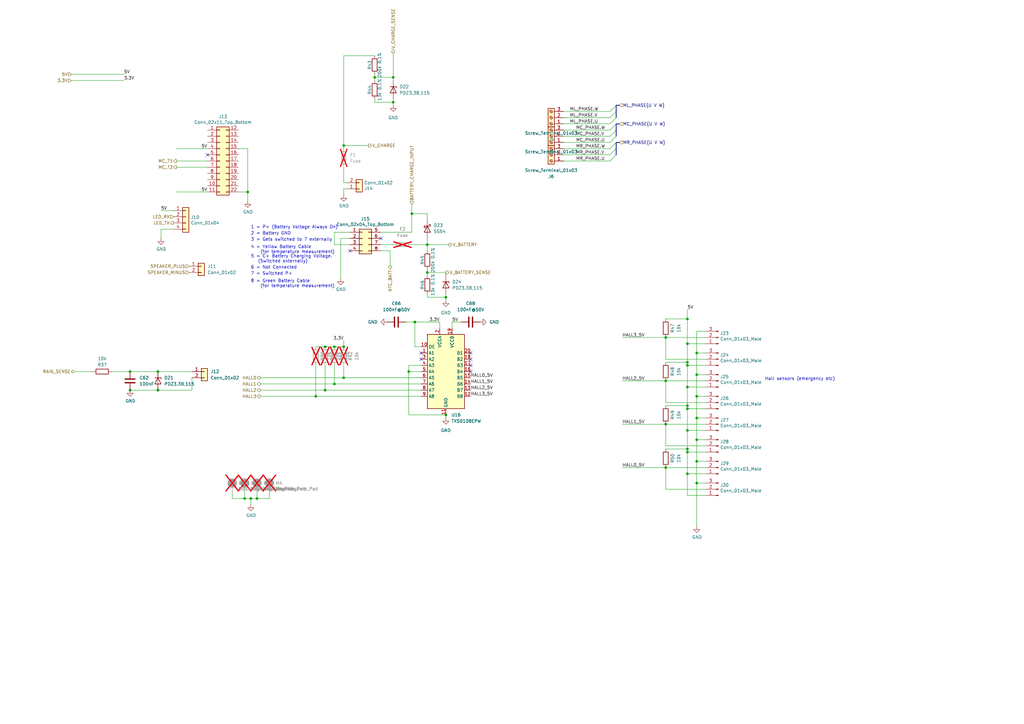
<source format=kicad_sch>
(kicad_sch (version 20231120) (generator "eeschema") (generator_version "8.0")
  (paper "A3")
  (lib_symbols
    (symbol "Connector:Conn_01x03_Male" (pin_names (offset 1.016) hide)
      (property "Reference" "J" (at 0 5.08 0))
      (property "Value" "Conn_01x03_Male" (at 0 -5.08 0))
      (symbol "Conn_01x03_Male_1_1"
        (polyline (pts (xy 1.27 -2.54) (xy 0.8636 -2.54)) (stroke (width 0.1524)))
        (polyline (pts (xy 1.27 0) (xy 0.8636 0)) (stroke (width 0.1524)))
        (polyline (pts (xy 1.27 2.54) (xy 0.8636 2.54)) (stroke (width 0.1524)))
        (rectangle (start 0.8636 -2.413) (end 0 -2.667) (stroke (width 0.1524)) (fill (type outline)))
        (rectangle (start 0.8636 0.127) (end 0 -0.127) (stroke (width 0.1524)) (fill (type outline)))
        (rectangle (start 0.8636 2.667) (end 0 2.413) (stroke (width 0.1524)) (fill (type outline)))
        (pin passive line (at 5.08 2.54 180) (length 3.81) (name "Pin_1") (number "1"))
        (pin passive line (at 5.08 0 180) (length 3.81) (name "Pin_2") (number "2"))
        (pin passive line (at 5.08 -2.54 180) (length 3.81) (name "Pin_3") (number "3"))
      )
    )
    (symbol "Connector:Screw_Terminal_01x03" (pin_names (offset 1.016) hide)
      (property "Reference" "J" (at 0 5.08 0))
      (property "Value" "Screw_Terminal_01x03" (at 0 -5.08 0))
      (symbol "Screw_Terminal_01x03_1_1"
        (rectangle (start -1.27 3.81) (end 1.27 -3.81) (stroke (width 0.254)) (fill (type background)))
        (circle (center 0 -2.54) (radius 0.635) (stroke (width 0.1524)))
        (polyline (pts (xy -0.5334 -2.2098) (xy 0.3302 -3.048)) (stroke (width 0.1524)))
        (polyline (pts (xy -0.5334 0.3302) (xy 0.3302 -0.508)) (stroke (width 0.1524)))
        (polyline (pts (xy -0.5334 2.8702) (xy 0.3302 2.032)) (stroke (width 0.1524)))
        (polyline (pts (xy -0.3556 -2.032) (xy 0.508 -2.8702)) (stroke (width 0.1524)))
        (polyline (pts (xy -0.3556 0.508) (xy 0.508 -0.3302)) (stroke (width 0.1524)))
        (polyline (pts (xy -0.3556 3.048) (xy 0.508 2.2098)) (stroke (width 0.1524)))
        (circle (center 0 0) (radius 0.635) (stroke (width 0.1524)))
        (circle (center 0 2.54) (radius 0.635) (stroke (width 0.1524)))
        (pin passive line (at -5.08 2.54 0) (length 3.81) (name "Pin_1") (number "1"))
        (pin passive line (at -5.08 0 0) (length 3.81) (name "Pin_2") (number "2"))
        (pin passive line (at -5.08 -2.54 0) (length 3.81) (name "Pin_3") (number "3"))
      )
    )
    (symbol "Connector_Generic:Conn_01x02" (pin_names (offset 1.016) hide)
      (property "Reference" "J" (at 0 2.54 0))
      (property "Value" "Conn_01x02" (at 0 -5.08 0))
      (symbol "Conn_01x02_1_1"
        (rectangle (start -1.27 -2.413) (end 0 -2.667) (stroke (width 0.1524)))
        (rectangle (start -1.27 0.127) (end 0 -0.127) (stroke (width 0.1524)))
        (rectangle (start -1.27 1.27) (end 1.27 -3.81) (stroke (width 0.254)) (fill (type background)))
        (pin passive line (at -5.08 0 0) (length 3.81) (name "Pin_1") (number "1"))
        (pin passive line (at -5.08 -2.54 0) (length 3.81) (name "Pin_2") (number "2"))
      )
    )
    (symbol "Connector_Generic:Conn_01x04" (pin_names (offset 1.016) hide)
      (property "Reference" "J" (at 0 5.08 0))
      (property "Value" "Conn_01x04" (at 0 -7.62 0))
      (symbol "Conn_01x04_1_1"
        (rectangle (start -1.27 -4.953) (end 0 -5.207) (stroke (width 0.1524)))
        (rectangle (start -1.27 -2.413) (end 0 -2.667) (stroke (width 0.1524)))
        (rectangle (start -1.27 0.127) (end 0 -0.127) (stroke (width 0.1524)))
        (rectangle (start -1.27 2.667) (end 0 2.413) (stroke (width 0.1524)))
        (rectangle (start -1.27 3.81) (end 1.27 -6.35) (stroke (width 0.254)) (fill (type background)))
        (pin passive line (at -5.08 2.54 0) (length 3.81) (name "Pin_1") (number "1"))
        (pin passive line (at -5.08 0 0) (length 3.81) (name "Pin_2") (number "2"))
        (pin passive line (at -5.08 -2.54 0) (length 3.81) (name "Pin_3") (number "3"))
        (pin passive line (at -5.08 -5.08 0) (length 3.81) (name "Pin_4") (number "4"))
      )
    )
    (symbol "Connector_Generic:Conn_02x04_Top_Bottom" (pin_names (offset 1.016) hide)
      (property "Reference" "J" (at 1.27 5.08 0))
      (property "Value" "Conn_02x04_Top_Bottom" (at 1.27 -7.62 0))
      (symbol "Conn_02x04_Top_Bottom_1_1"
        (rectangle (start -1.27 -4.953) (end 0 -5.207) (stroke (width 0.1524)))
        (rectangle (start -1.27 -2.413) (end 0 -2.667) (stroke (width 0.1524)))
        (rectangle (start -1.27 0.127) (end 0 -0.127) (stroke (width 0.1524)))
        (rectangle (start -1.27 2.667) (end 0 2.413) (stroke (width 0.1524)))
        (rectangle (start -1.27 3.81) (end 3.81 -6.35) (stroke (width 0.254)) (fill (type background)))
        (rectangle (start 3.81 -4.953) (end 2.54 -5.207) (stroke (width 0.1524)))
        (rectangle (start 3.81 -2.413) (end 2.54 -2.667) (stroke (width 0.1524)))
        (rectangle (start 3.81 0.127) (end 2.54 -0.127) (stroke (width 0.1524)))
        (rectangle (start 3.81 2.667) (end 2.54 2.413) (stroke (width 0.1524)))
        (pin passive line (at -5.08 2.54 0) (length 3.81) (name "Pin_1") (number "1"))
        (pin passive line (at -5.08 0 0) (length 3.81) (name "Pin_2") (number "2"))
        (pin passive line (at -5.08 -2.54 0) (length 3.81) (name "Pin_3") (number "3"))
        (pin passive line (at -5.08 -5.08 0) (length 3.81) (name "Pin_4") (number "4"))
        (pin passive line (at 7.62 2.54 180) (length 3.81) (name "Pin_5") (number "5"))
        (pin passive line (at 7.62 0 180) (length 3.81) (name "Pin_6") (number "6"))
        (pin passive line (at 7.62 -2.54 180) (length 3.81) (name "Pin_7") (number "7"))
        (pin passive line (at 7.62 -5.08 180) (length 3.81) (name "Pin_8") (number "8"))
      )
    )
    (symbol "Connector_Generic:Conn_02x11_Top_Bottom" (pin_names (offset 1.016) hide)
      (property "Reference" "J" (at 1.27 15.24 0))
      (property "Value" "Conn_02x11_Top_Bottom" (at 1.27 -15.24 0))
      (symbol "Conn_02x11_Top_Bottom_1_1"
        (rectangle (start -1.27 -12.573) (end 0 -12.827) (stroke (width 0.1524)))
        (rectangle (start -1.27 -10.033) (end 0 -10.287) (stroke (width 0.1524)))
        (rectangle (start -1.27 -7.493) (end 0 -7.747) (stroke (width 0.1524)))
        (rectangle (start -1.27 -4.953) (end 0 -5.207) (stroke (width 0.1524)))
        (rectangle (start -1.27 -2.413) (end 0 -2.667) (stroke (width 0.1524)))
        (rectangle (start -1.27 0.127) (end 0 -0.127) (stroke (width 0.1524)))
        (rectangle (start -1.27 2.667) (end 0 2.413) (stroke (width 0.1524)))
        (rectangle (start -1.27 5.207) (end 0 4.953) (stroke (width 0.1524)))
        (rectangle (start -1.27 7.747) (end 0 7.493) (stroke (width 0.1524)))
        (rectangle (start -1.27 10.287) (end 0 10.033) (stroke (width 0.1524)))
        (rectangle (start -1.27 12.827) (end 0 12.573) (stroke (width 0.1524)))
        (rectangle (start -1.27 13.97) (end 3.81 -13.97) (stroke (width 0.254)) (fill (type background)))
        (rectangle (start 3.81 -12.573) (end 2.54 -12.827) (stroke (width 0.1524)))
        (rectangle (start 3.81 -10.033) (end 2.54 -10.287) (stroke (width 0.1524)))
        (rectangle (start 3.81 -7.493) (end 2.54 -7.747) (stroke (width 0.1524)))
        (rectangle (start 3.81 -4.953) (end 2.54 -5.207) (stroke (width 0.1524)))
        (rectangle (start 3.81 -2.413) (end 2.54 -2.667) (stroke (width 0.1524)))
        (rectangle (start 3.81 0.127) (end 2.54 -0.127) (stroke (width 0.1524)))
        (rectangle (start 3.81 2.667) (end 2.54 2.413) (stroke (width 0.1524)))
        (rectangle (start 3.81 5.207) (end 2.54 4.953) (stroke (width 0.1524)))
        (rectangle (start 3.81 7.747) (end 2.54 7.493) (stroke (width 0.1524)))
        (rectangle (start 3.81 10.287) (end 2.54 10.033) (stroke (width 0.1524)))
        (rectangle (start 3.81 12.827) (end 2.54 12.573) (stroke (width 0.1524)))
        (pin passive line (at -5.08 12.7 0) (length 3.81) (name "Pin_1") (number "1"))
        (pin passive line (at -5.08 -10.16 0) (length 3.81) (name "Pin_10") (number "10"))
        (pin passive line (at -5.08 -12.7 0) (length 3.81) (name "Pin_11") (number "11"))
        (pin passive line (at 7.62 12.7 180) (length 3.81) (name "Pin_12") (number "12"))
        (pin passive line (at 7.62 10.16 180) (length 3.81) (name "Pin_13") (number "13"))
        (pin passive line (at 7.62 7.62 180) (length 3.81) (name "Pin_14") (number "14"))
        (pin passive line (at 7.62 5.08 180) (length 3.81) (name "Pin_15") (number "15"))
        (pin passive line (at 7.62 2.54 180) (length 3.81) (name "Pin_16") (number "16"))
        (pin passive line (at 7.62 0 180) (length 3.81) (name "Pin_17") (number "17"))
        (pin passive line (at 7.62 -2.54 180) (length 3.81) (name "Pin_18") (number "18"))
        (pin passive line (at 7.62 -5.08 180) (length 3.81) (name "Pin_19") (number "19"))
        (pin passive line (at -5.08 10.16 0) (length 3.81) (name "Pin_2") (number "2"))
        (pin passive line (at 7.62 -7.62 180) (length 3.81) (name "Pin_20") (number "20"))
        (pin passive line (at 7.62 -10.16 180) (length 3.81) (name "Pin_21") (number "21"))
        (pin passive line (at 7.62 -12.7 180) (length 3.81) (name "Pin_22") (number "22"))
        (pin passive line (at -5.08 7.62 0) (length 3.81) (name "Pin_3") (number "3"))
        (pin passive line (at -5.08 5.08 0) (length 3.81) (name "Pin_4") (number "4"))
        (pin passive line (at -5.08 2.54 0) (length 3.81) (name "Pin_5") (number "5"))
        (pin passive line (at -5.08 0 0) (length 3.81) (name "Pin_6") (number "6"))
        (pin passive line (at -5.08 -2.54 0) (length 3.81) (name "Pin_7") (number "7"))
        (pin passive line (at -5.08 -5.08 0) (length 3.81) (name "Pin_8") (number "8"))
        (pin passive line (at -5.08 -7.62 0) (length 3.81) (name "Pin_9") (number "9"))
      )
    )
    (symbol "Device:C" (pin_numbers hide) (pin_names (offset 0.254))
      (property "Reference" "C" (at 0.635 2.54 0))
      (property "Value" "C" (at 0.635 -2.54 0))
      (symbol "C_0_1"
        (polyline (pts (xy -2.032 -0.762) (xy 2.032 -0.762)) (stroke (width 0.508)))
        (polyline (pts (xy -2.032 0.762) (xy 2.032 0.762)) (stroke (width 0.508)))
      )
      (symbol "C_1_1"
        (pin passive line (at 0 3.81 270) (length 2.794) (name "~") (number "1"))
        (pin passive line (at 0 -3.81 90) (length 2.794) (name "~") (number "2"))
      )
    )
    (symbol "Device:D_Schottky" (pin_numbers hide) (pin_names (offset 1.016) hide)
      (property "Reference" "D" (at 0 2.54 0))
      (property "Value" "D_Schottky" (at 0 -2.54 0))
      (symbol "D_Schottky_0_1"
        (polyline (pts (xy 1.27 0) (xy -1.27 0)))
        (polyline (pts (xy 1.27 1.27) (xy 1.27 -1.27) (xy -1.27 0) (xy 1.27 1.27)) (stroke (width 0.254)))
        (polyline (pts (xy -1.905 0.635) (xy -1.905 1.27) (xy -1.27 1.27) (xy -1.27 -1.27) (xy -0.635 -1.27) (xy -0.635 -0.635)) (stroke (width 0.254)))
      )
      (symbol "D_Schottky_1_1"
        (pin passive line (at -3.81 0 0) (length 2.54) (name "K") (number "1"))
        (pin passive line (at 3.81 0 180) (length 2.54) (name "A") (number "2"))
      )
    )
    (symbol "Device:D_Zener" (pin_numbers hide) (pin_names (offset 1.016) hide)
      (property "Reference" "D" (at 0 2.54 0))
      (property "Value" "D_Zener" (at 0 -2.54 0))
      (symbol "D_Zener_0_1"
        (polyline (pts (xy 1.27 0) (xy -1.27 0)))
        (polyline (pts (xy -1.27 -1.27) (xy -1.27 1.27) (xy -0.762 1.27)) (stroke (width 0.254)))
        (polyline (pts (xy 1.27 -1.27) (xy 1.27 1.27) (xy -1.27 0) (xy 1.27 -1.27)) (stroke (width 0.254)))
      )
      (symbol "D_Zener_1_1"
        (pin passive line (at -3.81 0 0) (length 2.54) (name "K") (number "1"))
        (pin passive line (at 3.81 0 180) (length 2.54) (name "A") (number "2"))
      )
    )
    (symbol "Device:Fuse" (pin_numbers hide) (pin_names (offset 0))
      (property "Reference" "F" (at 2.032 0 90))
      (property "Value" "Fuse" (at -1.905 0 90))
      (symbol "Fuse_0_1"
        (rectangle (start -0.762 -2.54) (end 0.762 2.54) (stroke (width 0.254)))
        (polyline (pts (xy 0 2.54) (xy 0 -2.54)))
      )
      (symbol "Fuse_1_1"
        (pin passive line (at 0 3.81 270) (length 1.27) (name "~") (number "1"))
        (pin passive line (at 0 -3.81 90) (length 1.27) (name "~") (number "2"))
      )
    )
    (symbol "Device:R" (pin_numbers hide) (pin_names (offset 0))
      (property "Reference" "R" (at 2.032 0 90))
      (property "Value" "R" (at 0 0 90))
      (symbol "R_0_1"
        (rectangle (start -1.016 -2.54) (end 1.016 2.54) (stroke (width 0.254)))
      )
      (symbol "R_1_1"
        (pin passive line (at 0 3.81 270) (length 1.27) (name "~") (number "1"))
        (pin passive line (at 0 -3.81 90) (length 1.27) (name "~") (number "2"))
      )
    )
    (symbol "Logic_LevelTranslator:TXS0108EPW"
      (property "Reference" "U" (at -6.35 16.51 0))
      (property "Value" "TXS0108EPW" (at 3.81 16.51 0))
      (symbol "TXS0108EPW_0_1"
        (rectangle (start -7.62 15.24) (end 7.62 -15.24) (stroke (width 0.254)) (fill (type background)))
      )
      (symbol "TXS0108EPW_1_1"
        (pin bidirectional line (at -10.16 7.62 0) (length 2.54) (name "A1") (number "1"))
        (pin input line (at -10.16 10.16 0) (length 2.54) (name "OE") (number "10"))
        (pin power_in line (at 0 -17.78 90) (length 2.54) (name "GND") (number "11"))
        (pin bidirectional line (at 10.16 -10.16 180) (length 2.54) (name "B8") (number "12"))
        (pin bidirectional line (at 10.16 -7.62 180) (length 2.54) (name "B7") (number "13"))
        (pin bidirectional line (at 10.16 -5.08 180) (length 2.54) (name "B6") (number "14"))
        (pin bidirectional line (at 10.16 -2.54 180) (length 2.54) (name "B5") (number "15"))
        (pin bidirectional line (at 10.16 0 180) (length 2.54) (name "B4") (number "16"))
        (pin bidirectional line (at 10.16 2.54 180) (length 2.54) (name "B3") (number "17"))
        (pin bidirectional line (at 10.16 5.08 180) (length 2.54) (name "B2") (number "18"))
        (pin power_in line (at 2.54 17.78 270) (length 2.54) (name "VCCB") (number "19"))
        (pin power_in line (at -2.54 17.78 270) (length 2.54) (name "VCCA") (number "2"))
        (pin bidirectional line (at 10.16 7.62 180) (length 2.54) (name "B1") (number "20"))
        (pin bidirectional line (at -10.16 5.08 0) (length 2.54) (name "A2") (number "3"))
        (pin bidirectional line (at -10.16 2.54 0) (length 2.54) (name "A3") (number "4"))
        (pin bidirectional line (at -10.16 0 0) (length 2.54) (name "A4") (number "5"))
        (pin bidirectional line (at -10.16 -2.54 0) (length 2.54) (name "A5") (number "6"))
        (pin bidirectional line (at -10.16 -5.08 0) (length 2.54) (name "A6") (number "7"))
        (pin bidirectional line (at -10.16 -7.62 0) (length 2.54) (name "A7") (number "8"))
        (pin bidirectional line (at -10.16 -10.16 0) (length 2.54) (name "A8") (number "9"))
      )
    )
    (symbol "Mechanical:MountingHole_Pad" (pin_numbers hide) (pin_names (offset 1.016) hide)
      (property "Reference" "H" (at 0 6.35 0))
      (property "Value" "MountingHole_Pad" (at 0 4.445 0))
      (symbol "MountingHole_Pad_0_1"
        (circle (center 0 1.27) (radius 1.27) (stroke (width 1.27)))
      )
      (symbol "MountingHole_Pad_1_1"
        (pin input line (at 0 -2.54 90) (length 2.54) (name "1") (number "1"))
      )
    )
    (symbol "power:GND" (power) (pin_numbers hide) (pin_names (offset 0) hide)
      (property "Value" "GND" (at 0 -3.81 0))
      (symbol "GND_0_1"
        (polyline (pts (xy 0 0) (xy 0 -1.27) (xy 1.27 -1.27) (xy 0 -2.54) (xy -1.27 -1.27) (xy 0 -1.27)))
      )
      (symbol "GND_1_1"
        (pin power_in line (at 0 0 270) (length 0) (name "~") (number "1"))
      )
    )
    (symbol "xtech:Dummy"
      (property "Reference" "U" (at 0 0 0))
      (symbol "Dummy_0_1"
        (rectangle (start 0 7.62) (end 17.78 0))
      )
      (symbol "Dummy_1_1"
        (text "Dummy Symbol,\nOnly for Assembly" (at 8.89 4.064 0) (effects (font (size 1.27 1.27))))
      )
    )
  )
  (junction (at 182.88 170.18))
  (junction (at 281.94 194.31))
  (junction (at 133.35 160.02))
  (junction (at 53.34 152.4))
  (junction (at 273.05 138.43))
  (junction (at 285.75 162.56))
  (junction (at 281.94 185.42))
  (junction (at 140.97 59.69))
  (junction (at 100.33 204.47))
  (junction (at 285.75 171.45))
  (junction (at 281.94 158.75))
  (junction (at 102.87 204.47))
  (junction (at 137.16 142.24))
  (junction (at 140.97 154.94))
  (junction (at 129.54 162.56))
  (junction (at 281.94 167.64))
  (junction (at 285.75 189.23))
  (junction (at 273.05 191.77))
  (junction (at 182.88 121.92))
  (junction (at 64.77 152.4))
  (junction (at 281.94 140.97))
  (junction (at 281.94 166.37))
  (junction (at 281.94 149.86))
  (junction (at 53.34 160.02))
  (junction (at 140.97 142.24))
  (junction (at 170.18 132.08))
  (junction (at 133.35 142.24))
  (junction (at 161.29 31.75))
  (junction (at 64.77 160.02))
  (junction (at 161.29 41.91))
  (junction (at 168.91 87.63))
  (junction (at 167.64 152.4))
  (junction (at 153.67 31.75))
  (junction (at 285.75 144.78))
  (junction (at 273.05 156.21))
  (junction (at 175.26 100.33))
  (junction (at 273.05 173.99))
  (junction (at 175.26 111.76))
  (junction (at 281.94 184.15))
  (junction (at 285.75 153.67))
  (junction (at 285.75 180.34))
  (junction (at 105.41 204.47))
  (junction (at 285.75 198.12))
  (junction (at 281.94 176.53))
  (junction (at 281.94 130.81))
  (junction (at 101.6 78.74))
  (junction (at 137.16 157.48))
  (junction (at 281.94 148.59))
  (no_connect (at 193.04 144.78))
  (no_connect (at 193.04 147.32))
  (no_connect (at 193.04 149.86))
  (no_connect (at 172.72 147.32))
  (no_connect (at 85.09 63.5))
  (no_connect (at 193.04 152.4))
  (no_connect (at 156.21 97.79))
  (no_connect (at 172.72 144.78))
  (no_connect (at 143.51 102.87))
  (bus_entry (at 250.19 58.42) (size 2.54 -2.54))
  (bus_entry (at 250.19 63.5) (size 2.54 -2.54))
  (bus_entry (at 250.19 53.34) (size 2.54 -2.54))
  (bus_entry (at 250.19 48.26) (size 2.54 -2.54))
  (bus_entry (at 250.19 55.88) (size 2.54 -2.54))
  (bus_entry (at 250.19 60.96) (size 2.54 -2.54))
  (bus_entry (at 250.19 50.8) (size 2.54 -2.54))
  (bus_entry (at 250.19 66.04) (size 2.54 -2.54))
  (bus_entry (at 250.19 45.72) (size 2.54 -2.54))
  (wire (pts (xy 137.16 100.33) (xy 143.51 100.33)))
  (wire (pts (xy 140.97 77.47) (xy 140.97 80.01)))
  (wire (pts (xy 175.26 120.65) (xy 175.26 121.92)))
  (bus (pts (xy 252.73 45.72) (xy 252.73 48.26)))
  (wire (pts (xy 100.33 204.47) (xy 102.87 204.47)))
  (bus (pts (xy 252.73 50.8) (xy 254 50.8)))
  (wire (pts (xy 255.27 156.21) (xy 273.05 156.21)))
  (wire (pts (xy 285.75 189.23) (xy 285.75 198.12)))
  (wire (pts (xy 53.34 152.4) (xy 64.77 152.4)))
  (wire (pts (xy 285.75 180.34) (xy 285.75 189.23)))
  (wire (pts (xy 285.75 198.12) (xy 289.56 198.12)))
  (wire (pts (xy 64.77 152.4) (xy 78.74 152.4)))
  (wire (pts (xy 137.16 95.25) (xy 137.16 100.33)))
  (wire (pts (xy 140.97 68.58) (xy 140.97 74.93)))
  (wire (pts (xy 156.21 100.33) (xy 161.29 100.33)))
  (wire (pts (xy 170.18 132.08) (xy 166.37 132.08)))
  (bus (pts (xy 252.73 63.5) (xy 252.73 60.96)))
  (wire (pts (xy 95.25 204.47) (xy 100.33 204.47)))
  (wire (pts (xy 231.14 63.5) (xy 250.19 63.5)))
  (wire (pts (xy 153.67 31.75) (xy 161.29 31.75)))
  (wire (pts (xy 289.56 165.1) (xy 273.05 165.1)))
  (wire (pts (xy 170.18 142.24) (xy 170.18 132.08)))
  (wire (pts (xy 129.54 142.24) (xy 133.35 142.24)))
  (wire (pts (xy 101.6 78.74) (xy 101.6 82.55)))
  (wire (pts (xy 285.75 144.78) (xy 285.75 153.67)))
  (wire (pts (xy 106.68 162.56) (xy 129.54 162.56)))
  (wire (pts (xy 281.94 149.86) (xy 281.94 158.75)))
  (wire (pts (xy 182.88 113.03) (xy 182.88 111.76)))
  (wire (pts (xy 182.88 121.92) (xy 182.88 120.65)))
  (wire (pts (xy 168.91 87.63) (xy 168.91 95.25)))
  (wire (pts (xy 161.29 41.91) (xy 161.29 40.64)))
  (bus (pts (xy 252.73 53.34) (xy 252.73 50.8)))
  (wire (pts (xy 137.16 149.86) (xy 137.16 157.48)))
  (wire (pts (xy 29.21 30.48) (xy 50.8 30.48)))
  (wire (pts (xy 175.26 90.17) (xy 175.26 87.63)))
  (wire (pts (xy 140.97 74.93) (xy 142.24 74.93)))
  (wire (pts (xy 285.75 189.23) (xy 289.56 189.23)))
  (wire (pts (xy 140.97 22.86) (xy 153.67 22.86)))
  (wire (pts (xy 167.64 149.86) (xy 167.64 152.4)))
  (wire (pts (xy 29.21 33.02) (xy 50.8 33.02)))
  (wire (pts (xy 106.68 160.02) (xy 133.35 160.02)))
  (wire (pts (xy 105.41 204.47) (xy 110.49 204.47)))
  (wire (pts (xy 72.39 78.74) (xy 85.09 78.74)))
  (wire (pts (xy 281.94 148.59) (xy 281.94 149.86)))
  (wire (pts (xy 175.26 111.76) (xy 182.88 111.76)))
  (wire (pts (xy 285.75 135.89) (xy 289.56 135.89)))
  (wire (pts (xy 106.68 157.48) (xy 137.16 157.48)))
  (wire (pts (xy 285.75 171.45) (xy 285.75 180.34)))
  (bus (pts (xy 252.73 55.88) (xy 252.73 53.34)))
  (wire (pts (xy 97.79 60.96) (xy 101.6 60.96)))
  (wire (pts (xy 129.54 162.56) (xy 172.72 162.56)))
  (wire (pts (xy 289.56 182.88) (xy 273.05 182.88)))
  (wire (pts (xy 167.64 152.4) (xy 172.72 152.4)))
  (bus (pts (xy 252.73 60.96) (xy 252.73 58.42)))
  (wire (pts (xy 255.27 191.77) (xy 273.05 191.77)))
  (wire (pts (xy 137.16 157.48) (xy 172.72 157.48)))
  (wire (pts (xy 285.75 198.12) (xy 285.75 215.9)))
  (wire (pts (xy 140.97 59.69) (xy 151.13 59.69)))
  (wire (pts (xy 140.97 59.69) (xy 140.97 60.96)))
  (wire (pts (xy 285.75 171.45) (xy 289.56 171.45)))
  (wire (pts (xy 133.35 160.02) (xy 133.35 149.86)))
  (wire (pts (xy 102.87 204.47) (xy 102.87 207.01)))
  (wire (pts (xy 281.94 158.75) (xy 281.94 166.37)))
  (wire (pts (xy 175.26 121.92) (xy 182.88 121.92)))
  (wire (pts (xy 285.75 153.67) (xy 285.75 162.56)))
  (wire (pts (xy 167.64 170.18) (xy 182.88 170.18)))
  (bus (pts (xy 252.73 58.42) (xy 254 58.42)))
  (wire (pts (xy 140.97 139.7) (xy 140.97 142.24)))
  (wire (pts (xy 281.94 176.53) (xy 281.94 167.64)))
  (wire (pts (xy 231.14 60.96) (xy 250.19 60.96)))
  (wire (pts (xy 231.14 48.26) (xy 250.19 48.26)))
  (wire (pts (xy 285.75 144.78) (xy 289.56 144.78)))
  (wire (pts (xy 281.94 130.81) (xy 281.94 140.97)))
  (wire (pts (xy 273.05 130.81) (xy 281.94 130.81)))
  (wire (pts (xy 231.14 45.72) (xy 250.19 45.72)))
  (wire (pts (xy 71.12 93.98) (xy 66.04 93.98)))
  (wire (pts (xy 66.04 93.98) (xy 66.04 97.79)))
  (wire (pts (xy 289.56 200.66) (xy 273.05 200.66)))
  (wire (pts (xy 30.48 152.4) (xy 38.1 152.4)))
  (wire (pts (xy 281.94 158.75) (xy 289.56 158.75)))
  (wire (pts (xy 153.67 41.91) (xy 161.29 41.91)))
  (wire (pts (xy 101.6 60.96) (xy 101.6 78.74)))
  (wire (pts (xy 140.97 154.94) (xy 140.97 149.86)))
  (wire (pts (xy 182.88 123.19) (xy 182.88 121.92)))
  (wire (pts (xy 281.94 140.97) (xy 281.94 148.59)))
  (wire (pts (xy 105.41 201.93) (xy 105.41 204.47)))
  (wire (pts (xy 231.14 55.88) (xy 250.19 55.88)))
  (wire (pts (xy 285.75 135.89) (xy 285.75 144.78)))
  (wire (pts (xy 175.26 97.79) (xy 175.26 100.33)))
  (wire (pts (xy 175.26 87.63) (xy 168.91 87.63)))
  (wire (pts (xy 281.94 185.42) (xy 281.94 194.31)))
  (wire (pts (xy 185.42 134.62) (xy 185.42 132.08)))
  (wire (pts (xy 156.21 102.87) (xy 160.02 102.87)))
  (wire (pts (xy 281.94 184.15) (xy 281.94 185.42)))
  (wire (pts (xy 185.42 132.08) (xy 189.23 132.08)))
  (wire (pts (xy 289.56 203.2) (xy 281.94 203.2)))
  (wire (pts (xy 281.94 140.97) (xy 289.56 140.97)))
  (wire (pts (xy 281.94 176.53) (xy 289.56 176.53)))
  (wire (pts (xy 180.34 134.62) (xy 180.34 132.08)))
  (wire (pts (xy 72.39 60.96) (xy 85.09 60.96)))
  (wire (pts (xy 255.27 173.99) (xy 273.05 173.99)))
  (wire (pts (xy 153.67 31.75) (xy 153.67 33.02)))
  (wire (pts (xy 231.14 50.8) (xy 250.19 50.8)))
  (wire (pts (xy 153.67 30.48) (xy 153.67 31.75)))
  (wire (pts (xy 102.87 204.47) (xy 105.41 204.47)))
  (wire (pts (xy 129.54 149.86) (xy 129.54 162.56)))
  (wire (pts (xy 95.25 201.93) (xy 95.25 204.47)))
  (wire (pts (xy 289.56 167.64) (xy 281.94 167.64)))
  (wire (pts (xy 273.05 184.15) (xy 281.94 184.15)))
  (wire (pts (xy 273.05 165.1) (xy 273.05 156.21)))
  (wire (pts (xy 281.94 176.53) (xy 281.94 184.15)))
  (wire (pts (xy 133.35 142.24) (xy 137.16 142.24)))
  (wire (pts (xy 142.24 77.47) (xy 140.97 77.47)))
  (wire (pts (xy 143.51 95.25) (xy 137.16 95.25)))
  (wire (pts (xy 172.72 149.86) (xy 167.64 149.86)))
  (wire (pts (xy 289.56 147.32) (xy 273.05 147.32)))
  (wire (pts (xy 273.05 148.59) (xy 281.94 148.59)))
  (wire (pts (xy 231.14 58.42) (xy 250.19 58.42)))
  (wire (pts (xy 281.94 149.86) (xy 289.56 149.86)))
  (wire (pts (xy 285.75 162.56) (xy 289.56 162.56)))
  (wire (pts (xy 285.75 162.56) (xy 285.75 171.45)))
  (wire (pts (xy 140.97 22.86) (xy 140.97 59.69)))
  (wire (pts (xy 182.88 171.45) (xy 182.88 170.18)))
  (wire (pts (xy 273.05 156.21) (xy 289.56 156.21)))
  (wire (pts (xy 281.94 194.31) (xy 289.56 194.31)))
  (wire (pts (xy 97.79 78.74) (xy 101.6 78.74)))
  (wire (pts (xy 255.27 138.43) (xy 273.05 138.43)))
  (wire (pts (xy 231.14 53.34) (xy 250.19 53.34)))
  (wire (pts (xy 281.94 127) (xy 281.94 130.81)))
  (wire (pts (xy 175.26 100.33) (xy 184.15 100.33)))
  (wire (pts (xy 281.94 185.42) (xy 289.56 185.42)))
  (wire (pts (xy 143.51 97.79) (xy 139.7 97.79)))
  (wire (pts (xy 172.72 142.24) (xy 170.18 142.24)))
  (wire (pts (xy 78.74 160.02) (xy 64.77 160.02)))
  (wire (pts (xy 161.29 33.02) (xy 161.29 31.75)))
  (wire (pts (xy 231.14 66.04) (xy 250.19 66.04)))
  (wire (pts (xy 161.29 43.18) (xy 161.29 41.91)))
  (wire (pts (xy 285.75 153.67) (xy 289.56 153.67)))
  (wire (pts (xy 273.05 200.66) (xy 273.05 191.77)))
  (wire (pts (xy 156.21 95.25) (xy 168.91 95.25)))
  (wire (pts (xy 180.34 132.08) (xy 170.18 132.08)))
  (wire (pts (xy 139.7 97.79) (xy 139.7 114.3)))
  (wire (pts (xy 153.67 40.64) (xy 153.67 41.91)))
  (wire (pts (xy 167.64 152.4) (xy 167.64 170.18)))
  (wire (pts (xy 85.09 68.58) (xy 72.39 68.58)))
  (wire (pts (xy 106.68 154.94) (xy 140.97 154.94)))
  (wire (pts (xy 45.72 152.4) (xy 53.34 152.4)))
  (wire (pts (xy 168.91 100.33) (xy 175.26 100.33)))
  (wire (pts (xy 140.97 154.94) (xy 172.72 154.94)))
  (wire (pts (xy 161.29 21.59) (xy 161.29 31.75)))
  (wire (pts (xy 100.33 201.93) (xy 100.33 204.47)))
  (wire (pts (xy 273.05 182.88) (xy 273.05 173.99)))
  (wire (pts (xy 78.74 154.94) (xy 78.74 160.02)))
  (bus (pts (xy 252.73 43.18) (xy 254 43.18)))
  (wire (pts (xy 172.72 160.02) (xy 133.35 160.02)))
  (wire (pts (xy 137.16 142.24) (xy 140.97 142.24)))
  (wire (pts (xy 53.34 160.02) (xy 64.77 160.02)))
  (wire (pts (xy 175.26 111.76) (xy 175.26 113.03)))
  (wire (pts (xy 66.04 86.36) (xy 71.12 86.36)))
  (wire (pts (xy 110.49 204.47) (xy 110.49 201.93)))
  (wire (pts (xy 273.05 191.77) (xy 289.56 191.77)))
  (wire (pts (xy 273.05 147.32) (xy 273.05 138.43)))
  (wire (pts (xy 273.05 166.37) (xy 281.94 166.37)))
  (wire (pts (xy 285.75 180.34) (xy 289.56 180.34)))
  (wire (pts (xy 281.94 166.37) (xy 281.94 167.64)))
  (wire (pts (xy 273.05 173.99) (xy 289.56 173.99)))
  (wire (pts (xy 85.09 66.04) (xy 72.39 66.04)))
  (wire (pts (xy 175.26 110.49) (xy 175.26 111.76)))
  (wire (pts (xy 160.02 102.87) (xy 160.02 109.22)))
  (bus (pts (xy 252.73 45.72) (xy 252.73 43.18)))
  (wire (pts (xy 273.05 138.43) (xy 289.56 138.43)))
  (wire (pts (xy 281.94 194.31) (xy 281.94 203.2)))
  (wire (pts (xy 168.91 83.82) (xy 168.91 87.63)))
  (wire (pts (xy 175.26 102.87) (xy 175.26 100.33)))
  (text "3 = Gets switched to 7 externally" (at 102.87 99.06 0) (effects (font (size 1.27 1.27)) (justify left bottom)))
  (text "8 = Green Battery Cable\n    (for temperature measurement)" (at 102.87 118.11 0) (effects (font (size 1.27 1.27)) (justify left bottom)))
  (text "7 = Switched P+" (at 102.87 113.03 0) (effects (font (size 1.27 1.27)) (justify left bottom)))
  (text "2 = Battery GND" (at 102.87 96.52 0) (effects (font (size 1.27 1.27)) (justify left bottom)))
  (text "4 = Yellow Battery Cable\n    (for temperature measurement)" (at 102.87 104.14 0) (effects (font (size 1.27 1.27)) (justify left bottom)))
  (text "6 = Not Connected" (at 102.87 110.49 0) (effects (font (size 1.27 1.27)) (justify left bottom)))
  (text "5 = C+ Battery Charging Voltage.\n   (Switched externally)" (at 102.87 107.95 0) (effects (font (size 1.27 1.27)) (justify left bottom)))
  (text "1 = P+ (Battery Voltage Always On)" (at 102.87 93.98 0) (effects (font (size 1.27 1.27)) (justify left bottom)))
  (text "Hall sensors (emergency etc)" (at 313.69 156.21 0) (effects (font (size 1.27 1.27)) (justify left bottom)))
  (label "HALL0_5V" (at 193.04 154.94 0))
  (label "HALL1_5V" (at 193.04 157.48 0))
  (label "MC_PHASE.V" (at 236.22 55.88 0))
  (label "5V" (at 66.04 86.36 0))
  (label "HALL2_5V" (at 193.04 160.02 0))
  (label "5V" (at 50.8 30.48 0))
  (label "5V" (at 185.42 132.08 0))
  (label "HALL3_5V" (at 193.04 162.56 0))
  (label "5V" (at 82.55 78.74 0))
  (label "ML_PHASE.W" (at 233.68 45.72 0))
  (label "MR_PHASE.V" (at 236.22 63.5 0))
  (label "ML_PHASE.V" (at 233.68 48.26 0))
  (label "3.3V" (at 140.97 139.7 180))
  (label "HALL1_5V" (at 255.27 173.99 0))
  (label "3.3V" (at 50.8 33.02 0))
  (label "MR_PHASE.U" (at 236.22 66.04 0))
  (label "ML_PHASE.U" (at 233.68 50.8 0))
  (label "HALL2_5V" (at 255.27 156.21 0))
  (label "MR_PHASE.W" (at 236.22 60.96 0))
  (label "HALL0_5V" (at 255.27 191.77 0))
  (label "5V" (at 281.94 127 0))
  (label "MC_PHASE.U" (at 236.22 58.42 0))
  (label "3.3V" (at 180.34 132.08 180))
  (label "5V" (at 82.55 60.96 0))
  (label "HALL3_5V" (at 255.27 138.43 0))
  (label "MC_PHASE.W" (at 236.22 53.34 0))
  (hierarchical_label "SPEAKER_PLUS" (shape input) (at 77.47 109.22 180))
  (hierarchical_label "LED_TX" (shape output) (at 71.12 91.44 180))
  (hierarchical_label "HALL1" (shape output) (at 106.68 157.48 180))
  (hierarchical_label "SPEAKER_MINUS" (shape input) (at 77.47 111.76 180))
  (hierarchical_label "V_CHARGE_SENSE" (shape output) (at 161.29 21.59 90))
  (hierarchical_label "V_CHARGE" (shape output) (at 151.13 59.69 0))
  (hierarchical_label "RAIN_SENSE" (shape bidirectional) (at 30.48 152.4 180))
  (hierarchical_label "V_BATTERY" (shape output) (at 184.15 100.33 0))
  (hierarchical_label "BATTERY_CHARGE_INPUT" (shape input) (at 168.91 83.82 90))
  (hierarchical_label "HALL2" (shape output) (at 106.68 160.02 180))
  (hierarchical_label "3.3V" (shape input) (at 29.21 33.02 180))
  (hierarchical_label "MC_PHASE{U V W}" (shape input) (at 254 50.8 0))
  (hierarchical_label "MR_PHASE{U V W}" (shape input) (at 254 58.42 0))
  (hierarchical_label "HALL0" (shape output) (at 106.68 154.94 180))
  (hierarchical_label "MC_T1" (shape output) (at 72.39 66.04 180))
  (hierarchical_label "NTC_BATT" (shape output) (at 160.02 109.22 270))
  (hierarchical_label "V_BATTERY_SENSE" (shape output) (at 182.88 111.76 0))
  (hierarchical_label "MC_T2" (shape output) (at 72.39 68.58 180))
  (hierarchical_label "LED_RX" (shape input) (at 71.12 88.9 180))
  (hierarchical_label "ML_PHASE{U V W}" (shape input) (at 254 43.18 0))
  (hierarchical_label "HALL3" (shape output) (at 106.68 162.56 180))
  (hierarchical_label "5V" (shape input) (at 29.21 30.48 180))
  (symbol (lib_id "Mechanical:MountingHole_Pad") (at 95.25 199.39 0) (unit 1) (dnp yes)
    (property "Reference" "H1" (at 97.79 198.1454 0) (effects (justify left)))
    (property "Value" "MountingHole_Pad" (at 97.79 200.4568 0) (effects (justify left)))
    (property "Footprint" "MountingHole:MountingHole_5mm_Pad_Via" (effects (hide yes)))
    (property "Config" "do not place" (effects (hide yes)))
    (property "DNP" "Y" (effects (hide yes)))
  )
  (symbol (lib_id "Connector:Conn_01x03_Male") (at 294.64 138.43 180) (unit 1)
    (property "Reference" "J23" (at 295.3512 136.7028 0) (effects (justify right)))
    (property "Value" "Conn_01x03_Male" (at 295.3512 139.0142 0) (effects (justify right)))
    (property "Footprint" "Connector_JST:JST_XH_B3B-XH-A_1x03_P2.50mm_Vertical" (effects (hide yes)))
    (property "Digikey" "455-2231-ND" (effects (hide yes)))
    (property "Part Number" "B3B-XH-AM(LF)(SN)" (effects (hide yes)))
    (property "Stock_PN" "J-JST-XH-1x3" (effects (hide yes)))
    (property "JLC" "C144394" (effects (hide yes)))
  )
  (symbol (lib_id "Connector_Generic:Conn_02x11_Top_Bottom") (at 90.17 66.04 0) (unit 1)
    (property "Reference" "J13" (at 91.44 47.8282 0))
    (property "Value" "Conn_02x11_Top_Bottom" (at 91.44 50.1396 0))
    (property "Footprint" "Connector_Molex:Molex_Mini-Fit_Jr_5566-22A_2x11_P4.20mm_Vertical" (effects (hide yes)))
    (property "Digikey" "WM23810-ND" (effects (hide yes)))
    (property "Part Number" "0039288220" (effects (hide yes)))
    (property "Stock_PN" "J-TH-4.2mm-2x11F" (effects (hide yes)))
    (property "JLC" "C492534" (effects (hide yes)))
  )
  (symbol (lib_id "Device:R") (at 273.05 152.4 0) (mirror y) (unit 1)
    (property "Reference" "R48" (at 275.844 152.4 90))
    (property "Value" "10k" (at 278.384 152.4 90))
    (property "Footprint" "Resistor_SMD:R_0402_1005Metric" (effects (hide yes)))
    (property "Description" "Resistor" (effects (hide yes)))
    (property "JLC" "C25744" (effects (hide yes)))
  )
  (symbol (lib_id "power:GND") (at 139.7 114.3 0) (unit 1)
    (property "Reference" "#PWR079" (effects (hide yes)))
    (property "Value" "GND" (at 139.827 118.6942 0))
    (property "Description" "Power symbol creates a global label with name \"GND\" , ground" (effects (hide yes)))
  )
  (symbol (lib_id "power:GND") (at 102.87 207.01 0) (unit 1)
    (property "Reference" "#PWR078" (effects (hide yes)))
    (property "Value" "GND" (at 102.997 211.4042 0))
    (property "Description" "Power symbol creates a global label with name \"GND\" , ground" (effects (hide yes)))
  )
  (symbol (lib_id "Connector:Conn_01x03_Male") (at 294.64 200.66 180) (unit 1)
    (property "Reference" "J30" (at 295.3512 198.9328 0) (effects (justify right)))
    (property "Value" "Conn_01x03_Male" (at 295.3512 201.2442 0) (effects (justify right)))
    (property "Footprint" "Connector_JST:JST_XH_B3B-XH-A_1x03_P2.50mm_Vertical" (effects (hide yes)))
    (property "Digikey" "455-2231-ND" (effects (hide yes)))
    (property "Part Number" "B3B-XH-AM(LF)(SN)" (effects (hide yes)))
    (property "Stock_PN" "J-JST-XH-1x3" (effects (hide yes)))
    (property "JLC" "C144394" (effects (hide yes)))
  )
  (symbol (lib_id "Device:D_Zener") (at 64.77 156.21 270) (unit 1)
    (property "Reference" "D21" (at 67.31 154.9399 90) (effects (justify left)))
    (property "Value" "PDZ3.3B,115" (at 67.31 157.4799 90) (effects (justify left)))
    (property "Footprint" "Diode_SMD:D_SOD-323" (effects (hide yes)))
    (property "Description" "Zener diode" (effects (hide yes)))
    (property "JLC" "C426855" (effects (hide yes)))
  )
  (symbol (lib_id "Connector:Screw_Terminal_01x03") (at 226.06 55.88 180) (unit 1)
    (property "Reference" "J5" (at 226.06 62.23 0))
    (property "Value" "Screw_Terminal_01x03" (at 226.06 62.23 0))
    (property "Footprint" "TerminalBlock_Phoenix:TerminalBlock_Phoenix_MKDS-1,5-3_1x03_P5.00mm_Horizontal" (effects (hide yes)))
    (property "Description" "Generic screw terminal, single row, 01x03, script generated (kicad-library-utils/schlib/autogen/connector/)" (effects (hide yes)))
  )
  (symbol (lib_id "Connector_Generic:Conn_01x04") (at 76.2 88.9 0) (unit 1)
    (property "Reference" "J10" (at 78.232 89.1032 0) (effects (justify left)))
    (property "Value" "Conn_01x04" (at 78.232 91.4146 0) (effects (justify left)))
    (property "Footprint" "Connector_JST:JST_XH_B4B-XH-A_1x04_P2.50mm_Vertical" (effects (hide yes)))
    (property "Digikey" "455-2249-ND" (effects (hide yes)))
    (property "Part Number" "B4B-XH-A(LF)(SN)" (effects (hide yes)))
    (property "Stock_PN" "J-JST-XH-1x4" (effects (hide yes)))
    (property "JLC" "C144395" (effects (hide yes)))
  )
  (symbol (lib_id "power:GND") (at 196.85 132.08 90) (mirror x) (unit 1)
    (property "Reference" "#PWR087" (effects (hide yes)))
    (property "Value" "GND" (at 200.66 132.0799 90) (effects (justify right)))
    (property "Description" "Power symbol creates a global label with name \"GND\" , ground" (effects (hide yes)))
  )
  (symbol (lib_id "xtech:Dummy") (at 179.07 -20.32 0) (unit 1)
    (property "Reference" "U13" (at 198.12 -24.7651 0) (effects (justify left)))
    (property "Value" "Fuse Holder" (at 198.12 -22.86 0) (effects (justify left)))
    (property "Footprint" "xtech:Dummy" (effects (hide yes)))
    (property "JLC" "C206977" (effects (hide yes)))
  )
  (symbol (lib_id "Device:R") (at 175.26 116.84 180) (unit 1)
    (property "Reference" "R46" (at 173.228 116.84 90))
    (property "Value" "13k 0.1%" (at 177.546 116.84 90))
    (property "Footprint" "Resistor_SMD:R_0402_1005Metric" (effects (hide yes)))
    (property "Description" "Resistor" (effects (hide yes)))
    (property "JLC" "C852524" (effects (hide yes)))
  )
  (symbol (lib_id "Device:D_Zener") (at 161.29 36.83 270) (unit 1)
    (property "Reference" "D22" (at 163.83 35.5599 90) (effects (justify left)))
    (property "Value" "PDZ3.3B,115" (at 163.83 38.0999 90) (effects (justify left)))
    (property "Footprint" "Diode_SMD:D_SOD-323" (effects (hide yes)))
    (property "Description" "Zener diode" (effects (hide yes)))
    (property "JLC" "C426855" (effects (hide yes)))
  )
  (symbol (lib_id "Connector:Conn_01x03_Male") (at 294.64 156.21 180) (unit 1)
    (property "Reference" "J25" (at 295.3512 154.4828 0) (effects (justify right)))
    (property "Value" "Conn_01x03_Male" (at 295.3512 156.7942 0) (effects (justify right)))
    (property "Footprint" "Connector_JST:JST_XH_B3B-XH-A_1x03_P2.50mm_Vertical" (effects (hide yes)))
    (property "Digikey" "455-2231-ND" (effects (hide yes)))
    (property "Part Number" "B3B-XH-AM(LF)(SN)" (effects (hide yes)))
    (property "Stock_PN" "J-JST-XH-1x3" (effects (hide yes)))
    (property "JLC" "C144394" (effects (hide yes)))
  )
  (symbol (lib_id "Connector:Conn_01x03_Male") (at 294.64 191.77 180) (unit 1)
    (property "Reference" "J29" (at 295.3512 190.0428 0) (effects (justify right)))
    (property "Value" "Conn_01x03_Male" (at 295.3512 192.3542 0) (effects (justify right)))
    (property "Footprint" "Connector_JST:JST_XH_B3B-XH-A_1x03_P2.50mm_Vertical" (effects (hide yes)))
    (property "Digikey" "455-2231-ND" (effects (hide yes)))
    (property "Part Number" "B3B-XH-AM(LF)(SN)" (effects (hide yes)))
    (property "Stock_PN" "J-JST-XH-1x3" (effects (hide yes)))
    (property "JLC" "C144394" (effects (hide yes)))
  )
  (symbol (lib_id "power:GND") (at 285.75 215.9 0) (unit 1)
    (property "Reference" "#PWR090" (effects (hide yes)))
    (property "Value" "GND" (at 285.877 220.2942 0))
    (property "Description" "Power symbol creates a global label with name \"GND\" , ground" (effects (hide yes)))
  )
  (symbol (lib_id "Connector:Conn_01x03_Male") (at 294.64 173.99 180) (unit 1)
    (property "Reference" "J27" (at 295.3512 172.2628 0) (effects (justify right)))
    (property "Value" "Conn_01x03_Male" (at 295.3512 174.5742 0) (effects (justify right)))
    (property "Footprint" "Connector_JST:JST_XH_B3B-XH-A_1x03_P2.50mm_Vertical" (effects (hide yes)))
    (property "Digikey" "455-2231-ND" (effects (hide yes)))
    (property "Part Number" "B3B-XH-AM(LF)(SN)" (effects (hide yes)))
    (property "Stock_PN" "J-JST-XH-1x3" (effects (hide yes)))
    (property "JLC" "C144394" (effects (hide yes)))
  )
  (symbol (lib_id "xtech:Dummy") (at 179.07 -2.54 0) (unit 1)
    (property "Reference" "U15" (at 198.12 -6.9851 0) (effects (justify left)))
    (property "Value" "Fuse Holder" (at 198.12 -5.08 0) (effects (justify left)))
    (property "Footprint" "xtech:Dummy" (effects (hide yes)))
    (property "JLC" "C206977" (effects (hide yes)))
  )
  (symbol (lib_id "power:GND") (at 158.75 132.08 270) (mirror x) (unit 1)
    (property "Reference" "#PWR081" (effects (hide yes)))
    (property "Value" "GND" (at 154.94 132.0799 90) (effects (justify right)))
    (property "Description" "Power symbol creates a global label with name \"GND\" , ground" (effects (hide yes)))
  )
  (symbol (lib_id "Device:C") (at 162.56 132.08 270) (unit 1)
    (property "Reference" "C66" (at 162.56 124.46 90))
    (property "Value" "100nF@50V" (at 162.56 127 90))
    (property "Footprint" "Capacitor_SMD:C_0402_1005Metric" (effects (hide yes)))
    (property "Description" "Unpolarized capacitor" (effects (hide yes)))
    (property "JLC" "C307331" (effects (hide yes)))
    (property "LCSC" "C307331" (effects (hide yes)))
  )
  (symbol (lib_id "Device:C") (at 53.34 156.21 0) (unit 1)
    (property "Reference" "C62" (at 57.15 154.9399 0) (effects (justify left)))
    (property "Value" "100nF" (at 57.15 157.4799 0) (effects (justify left)))
    (property "Footprint" "Capacitor_SMD:C_0402_1005Metric" (effects (hide yes)))
    (property "Description" "Unpolarized capacitor" (effects (hide yes)))
    (property "JLC" "C307331" (effects (hide yes)))
  )
  (symbol (lib_id "Mechanical:MountingHole_Pad") (at 100.33 199.39 0) (unit 1) (dnp yes)
    (property "Reference" "H2" (at 102.87 198.1454 0) (effects (justify left)))
    (property "Value" "MountingHole_Pad" (at 102.87 200.4568 0) (effects (justify left)))
    (property "Footprint" "MountingHole:MountingHole_5mm_Pad_Via" (effects (hide yes)))
    (property "Config" "do not place" (effects (hide yes)))
    (property "DNP" "Y" (effects (hide yes)))
  )
  (symbol (lib_id "xtech:Dummy") (at 179.07 -11.43 0) (unit 1)
    (property "Reference" "U14" (at 198.12 -15.8751 0) (effects (justify left)))
    (property "Value" "Fuse Holder" (at 198.12 -13.97 0) (effects (justify left)))
    (property "Footprint" "xtech:Dummy" (effects (hide yes)))
    (property "JLC" "C206977" (effects (hide yes)))
  )
  (symbol (lib_id "Connector_Generic:Conn_02x04_Top_Bottom") (at 148.59 97.79 0) (unit 1)
    (property "Reference" "J15" (at 149.86 89.7382 0))
    (property "Value" "Conn_02x04_Top_Bottom" (at 149.86 92.0496 0))
    (property "Footprint" "Connector_Molex:Molex_Mini-Fit_Jr_5566-08A_2x04_P4.20mm_Vertical" (effects (hide yes)))
    (property "Digikey" "23-0039310080-ND" (effects (hide yes)))
    (property "Part Number" "0039310080" (effects (hide yes)))
    (property "Stock_PN" "J-TH-4.2mm-2x4F" (effects (hide yes)))
    (property "JLC" "C2764796" (effects (hide yes)))
  )
  (symbol (lib_id "power:GND") (at 161.29 43.18 0) (unit 1)
    (property "Reference" "#PWR083" (effects (hide yes)))
    (property "Value" "GND" (at 161.29 48.26 0))
    (property "Description" "Power symbol creates a global label with name \"GND\" , ground" (effects (hide yes)))
  )
  (symbol (lib_id "Device:Fuse") (at 165.1 100.33 90) (unit 1) (dnp yes)
    (property "Reference" "F2" (at 165.1 93.98 90))
    (property "Value" "Fuse" (at 165.1 96.52 90))
    (property "Footprint" "MyModules:Fuseholder5x20_horiz_open_inline_Type-I" (effects (hide yes)))
    (property "Description" "You will need a pair of holders" (effects (hide yes)))
    (property "Part Number" "https://aliexpress.com/item/4000318714025.html" (effects (hide yes)))
    (property "Stock_PN" "FH-FC-202-24" (effects (hide yes)))
    (property "LCSC" "C3117" (effects (hide yes)))
  )
  (symbol (lib_id "Device:R") (at 273.05 134.62 0) (mirror y) (unit 1)
    (property "Reference" "R47" (at 275.844 134.62 90))
    (property "Value" "10k" (at 278.384 134.62 90))
    (property "Footprint" "Resistor_SMD:R_0402_1005Metric" (effects (hide yes)))
    (property "Description" "Resistor" (effects (hide yes)))
    (property "JLC" "C25744" (effects (hide yes)))
  )
  (symbol (lib_id "Connector_Generic:Conn_01x02") (at 83.82 152.4 0) (unit 1)
    (property "Reference" "J12" (at 86.36 152.3999 0) (effects (justify left)))
    (property "Value" "Conn_01x02" (at 86.36 154.9399 0) (effects (justify left)))
    (property "Footprint" "Connector_JST:JST_XH_B2B-XH-A_1x02_P2.50mm_Vertical" (effects (hide yes)))
    (property "Digikey" "455-2946-ND" (effects (hide yes)))
    (property "Part Number" "B2B-XH-A-GU" (effects (hide yes)))
    (property "Stock_PN" "J-JST-XH-1x2" (effects (hide yes)))
    (property "JLC" "C2910525" (effects (hide yes)))
  )
  (symbol (lib_id "Device:R") (at 133.35 146.05 0) (mirror y) (unit 1) (dnp yes)
    (property "Reference" "R40" (at 136.144 146.05 90))
    (property "Value" "10k" (at 138.684 146.05 90))
    (property "Footprint" "Resistor_SMD:R_0402_1005Metric" (effects (hide yes)))
    (property "Description" "Resistor" (effects (hide yes)))
    (property "JLC" "C25744" (effects (hide yes)))
  )
  (symbol (lib_id "power:GND") (at 182.88 171.45 0) (mirror y) (unit 1)
    (property "Reference" "#PWR085" (effects (hide yes)))
    (property "Value" "GND" (at 182.88 176.53 0))
    (property "Description" "Power symbol creates a global label with name \"GND\" , ground" (effects (hide yes)))
  )
  (symbol (lib_id "Device:R") (at 129.54 146.05 0) (mirror y) (unit 1) (dnp yes)
    (property "Reference" "R39" (at 132.334 146.05 90))
    (property "Value" "10k" (at 134.874 146.05 90))
    (property "Footprint" "Resistor_SMD:R_0402_1005Metric" (effects (hide yes)))
    (property "Description" "Resistor" (effects (hide yes)))
    (property "JLC" "C25744" (effects (hide yes)))
  )
  (symbol (lib_id "Device:D_Schottky") (at 175.26 93.98 270) (unit 1)
    (property "Reference" "D23" (at 177.8 92.3924 90) (effects (justify left)))
    (property "Value" "SS54" (at 177.8 94.9324 90) (effects (justify left)))
    (property "Footprint" "Diode_SMD:D_SMA" (effects (hide yes)))
    (property "Digikey" "3757-SB54AFC_R1_00001CT-ND" (effects (hide yes)))
    (property "Part Number" "SB54AFC_R1_00001" (effects (hide yes)))
    (property "Stock_PN" "D-SMA-Schottky-40V-5A" (effects (hide yes)))
    (property "JLC" "C22452" (effects (hide yes)))
  )
  (symbol (lib_id "Connector:Conn_01x03_Male") (at 294.64 147.32 180) (unit 1)
    (property "Reference" "J24" (at 295.3512 145.5928 0) (effects (justify right)))
    (property "Value" "Conn_01x03_Male" (at 295.3512 147.9042 0) (effects (justify right)))
    (property "Footprint" "Connector_JST:JST_XH_B3B-XH-A_1x03_P2.50mm_Vertical" (effects (hide yes)))
    (property "Digikey" "455-2231-ND" (effects (hide yes)))
    (property "Part Number" "B3B-XH-AM(LF)(SN)" (effects (hide yes)))
    (property "Stock_PN" "J-JST-XH-1x3" (effects (hide yes)))
    (property "JLC" "C144394" (effects (hide yes)))
  )
  (symbol (lib_id "Device:R") (at 273.05 187.96 0) (mirror y) (unit 1)
    (property "Reference" "R50" (at 275.844 187.96 90))
    (property "Value" "10k" (at 278.384 187.96 90))
    (property "Footprint" "Resistor_SMD:R_0402_1005Metric" (effects (hide yes)))
    (property "Description" "Resistor" (effects (hide yes)))
    (property "JLC" "C25744" (effects (hide yes)))
  )
  (symbol (lib_id "power:GND") (at 101.6 82.55 0) (unit 1)
    (property "Reference" "#PWR077" (effects (hide yes)))
    (property "Value" "GND" (at 101.727 86.9442 0))
    (property "Description" "Power symbol creates a global label with name \"GND\" , ground" (effects (hide yes)))
  )
  (symbol (lib_id "power:GND") (at 53.34 160.02 0) (unit 1)
    (property "Reference" "#PWR071" (effects (hide yes)))
    (property "Value" "GND" (at 53.467 164.4142 0))
    (property "Description" "Power symbol creates a global label with name \"GND\" , ground" (effects (hide yes)))
  )
  (symbol (lib_id "Device:R") (at 153.67 26.67 180) (unit 1)
    (property "Reference" "R43" (at 151.638 26.67 90))
    (property "Value" "200k 0.1%" (at 155.702 26.67 90))
    (property "Footprint" "Resistor_SMD:R_0402_1005Metric" (effects (hide yes)))
    (property "Description" "Resistor" (effects (hide yes)))
    (property "JLC" "C728556" (effects (hide yes)))
  )
  (symbol (lib_id "power:GND") (at 182.88 123.19 0) (unit 1)
    (property "Reference" "#PWR084" (effects (hide yes)))
    (property "Value" "GND" (at 182.88 128.27 0))
    (property "Description" "Power symbol creates a global label with name \"GND\" , ground" (effects (hide yes)))
  )
  (symbol (lib_id "Device:R") (at 273.05 170.18 0) (mirror y) (unit 1)
    (property "Reference" "R49" (at 275.844 170.18 90))
    (property "Value" "10k" (at 278.384 170.18 90))
    (property "Footprint" "Resistor_SMD:R_0402_1005Metric" (effects (hide yes)))
    (property "Description" "Resistor" (effects (hide yes)))
    (property "JLC" "C25744" (effects (hide yes)))
  )
  (symbol (lib_id "Device:R") (at 140.97 146.05 0) (mirror y) (unit 1) (dnp yes)
    (property "Reference" "R42" (at 143.764 146.05 90))
    (property "Value" "10k" (at 146.304 146.05 90))
    (property "Footprint" "Resistor_SMD:R_0402_1005Metric" (effects (hide yes)))
    (property "Description" "Resistor" (effects (hide yes)))
    (property "JLC" "C25744" (effects (hide yes)))
  )
  (symbol (lib_id "xtech:Dummy") (at 179.07 -29.21 0) (unit 1)
    (property "Reference" "U12" (at 198.12 -33.6551 0) (effects (justify left)))
    (property "Value" "Fuse Holder" (at 198.12 -31.75 0) (effects (justify left)))
    (property "Footprint" "xtech:Dummy" (effects (hide yes)))
    (property "JLC" "C206977" (effects (hide yes)))
  )
  (symbol (lib_id "Device:R") (at 137.16 146.05 0) (mirror y) (unit 1) (dnp yes)
    (property "Reference" "R41" (at 139.954 146.05 90))
    (property "Value" "10k" (at 142.494 146.05 90))
    (property "Footprint" "Resistor_SMD:R_0402_1005Metric" (effects (hide yes)))
    (property "Description" "Resistor" (effects (hide yes)))
    (property "JLC" "C25744" (effects (hide yes)))
  )
  (symbol (lib_id "Device:R") (at 153.67 36.83 180) (unit 1)
    (property "Reference" "R44" (at 151.638 36.83 90))
    (property "Value" "13k 0.1%" (at 155.702 36.83 90))
    (property "Footprint" "Resistor_SMD:R_0402_1005Metric" (effects (hide yes)))
    (property "Description" "Resistor" (effects (hide yes)))
    (property "JLC" "C852524" (effects (hide yes)))
  )
  (symbol (lib_id "Connector:Screw_Terminal_01x03") (at 226.06 63.5 180) (unit 1)
    (property "Reference" "J6" (at 226.06 72.39 0))
    (property "Value" "Screw_Terminal_01x03" (at 226.06 69.85 0))
    (property "Footprint" "TerminalBlock_Phoenix:TerminalBlock_Phoenix_MKDS-1,5-3_1x03_P5.00mm_Horizontal" (effects (hide yes)))
    (property "Description" "Generic screw terminal, single row, 01x03, script generated (kicad-library-utils/schlib/autogen/connector/)" (effects (hide yes)))
  )
  (symbol (lib_id "Connector:Conn_01x03_Male") (at 294.64 182.88 180) (unit 1)
    (property "Reference" "J28" (at 295.3512 181.1528 0) (effects (justify right)))
    (property "Value" "Conn_01x03_Male" (at 295.3512 183.4642 0) (effects (justify right)))
    (property "Footprint" "Connector_JST:JST_XH_B3B-XH-A_1x03_P2.50mm_Vertical" (effects (hide yes)))
    (property "Digikey" "455-2231-ND" (effects (hide yes)))
    (property "Part Number" "B3B-XH-AM(LF)(SN)" (effects (hide yes)))
    (property "Stock_PN" "J-JST-XH-1x3" (effects (hide yes)))
    (property "JLC" "C144394" (effects (hide yes)))
  )
  (symbol (lib_id "Mechanical:MountingHole_Pad") (at 105.41 199.39 0) (unit 1) (dnp yes)
    (property "Reference" "H3" (at 107.95 198.1454 0) (effects (justify left)))
    (property "Value" "MountingHole_Pad" (at 107.95 200.4568 0) (effects (justify left)))
    (property "Footprint" "MountingHole:MountingHole_5mm_Pad_Via" (effects (hide yes)))
    (property "Config" "do not place" (effects (hide yes)))
    (property "DNP" "Y" (effects (hide yes)))
  )
  (symbol (lib_id "Mechanical:MountingHole_Pad") (at 110.49 199.39 0) (unit 1) (dnp yes)
    (property "Reference" "H4" (at 113.03 198.1454 0) (effects (justify left)))
    (property "Value" "MountingHole_Pad" (at 113.03 200.4568 0) (effects (justify left)))
    (property "Footprint" "MountingHole:MountingHole_5mm_Pad_Via" (effects (hide yes)))
    (property "Config" "do not place" (effects (hide yes)))
    (property "DNP" "Y" (effects (hide yes)))
  )
  (symbol (lib_id "Device:Fuse") (at 140.97 64.77 0) (unit 1) (dnp yes)
    (property "Reference" "F1" (at 143.51 63.4999 0) (effects (justify left)))
    (property "Value" "Fuse" (at 143.51 66.0399 0) (effects (justify left)))
    (property "Footprint" "MyModules:Fuseholder5x20_horiz_open_inline_Type-I" (effects (hide yes)))
    (property "Description" "You will need a pair of holders" (effects (hide yes)))
    (property "Part Number" "https://aliexpress.com/item/4000318714025.html" (effects (hide yes)))
    (property "Stock_PN" "FH-FC-202-24" (effects (hide yes)))
    (property "LCSC" "C3117" (effects (hide yes)))
  )
  (symbol (lib_id "Connector:Screw_Terminal_01x03") (at 226.06 48.26 180) (unit 1)
    (property "Reference" "J4" (at 226.06 57.15 0))
    (property "Value" "Screw_Terminal_01x03" (at 226.06 54.61 0))
    (property "Footprint" "TerminalBlock_Phoenix:TerminalBlock_Phoenix_MKDS-1,5-3_1x03_P5.00mm_Horizontal" (effects (hide yes)))
    (property "Description" "Generic screw terminal, single row, 01x03, script generated (kicad-library-utils/schlib/autogen/connector/)" (effects (hide yes)))
  )
  (symbol (lib_id "Connector_Generic:Conn_01x02") (at 147.32 77.47 0) (mirror x) (unit 1)
    (property "Reference" "J14" (at 149.352 77.2668 0) (effects (justify left)))
    (property "Value" "Conn_01x02" (at 149.352 74.9554 0) (effects (justify left)))
    (property "Footprint" "Connector_Molex:Molex_Mini-Fit_Jr_5566-02A_2x01_P4.20mm_Vertical" (effects (hide yes)))
    (property "Digikey" "WM3843-ND" (effects (hide yes)))
    (property "Part Number" "0039293026" (effects (hide yes)))
    (property "Stock_PN" "J-TH-4.2mm-1x2F" (effects (hide yes)))
    (property "JLC" "C62132" (effects (hide yes)))
  )
  (symbol (lib_id "Connector:Conn_01x03_Male") (at 294.64 165.1 180) (unit 1)
    (property "Reference" "J26" (at 295.3512 163.3728 0) (effects (justify right)))
    (property "Value" "Conn_01x03_Male" (at 295.3512 165.6842 0) (effects (justify right)))
    (property "Footprint" "Connector_JST:JST_XH_B3B-XH-A_1x03_P2.50mm_Vertical" (effects (hide yes)))
    (property "Digikey" "455-2231-ND" (effects (hide yes)))
    (property "Part Number" "B3B-XH-AM(LF)(SN)" (effects (hide yes)))
    (property "Stock_PN" "J-JST-XH-1x3" (effects (hide yes)))
    (property "JLC" "C144394" (effects (hide yes)))
  )
  (symbol (lib_id "Logic_LevelTranslator:TXS0108EPW") (at 182.88 152.4 0) (unit 1)
    (property "Reference" "U16" (at 185.0741 170.18 0) (effects (justify left)))
    (property "Value" "TXS0108EPW" (at 185.0741 172.72 0) (effects (justify left)))
    (property "Footprint" "Package_SO:TSSOP-20_4.4x6.5mm_P0.65mm" (effects (hide yes)))
    (property "Datasheet" "www.ti.com/lit/ds/symlink/txs0108e.pdf" (effects (hide yes)))
    (property "Description" "Bidirectional  level-shifting voltage translator, TSSOP-20" (effects (hide yes)))
    (property "JLC" "C17206" (effects (hide yes)))
  )
  (symbol (lib_id "Device:D_Zener") (at 182.88 116.84 270) (unit 1)
    (property "Reference" "D24" (at 185.42 115.5699 90) (effects (justify left)))
    (property "Value" "PDZ3.3B,115" (at 185.42 118.1099 90) (effects (justify left)))
    (property "Footprint" "Diode_SMD:D_SOD-323" (effects (hide yes)))
    (property "Description" "Zener diode" (effects (hide yes)))
    (property "JLC" "C426855" (effects (hide yes)))
  )
  (symbol (lib_id "Connector_Generic:Conn_01x02") (at 82.55 109.22 0) (unit 1)
    (property "Reference" "J11" (at 85.09 109.2199 0) (effects (justify left)))
    (property "Value" "Conn_01x02" (at 85.09 111.7599 0) (effects (justify left)))
    (property "Footprint" "Connector_JST:JST_XH_B2B-XH-A_1x02_P2.50mm_Vertical" (effects (hide yes)))
    (property "Digikey" "455-2946-ND" (effects (hide yes)))
    (property "Part Number" "B2B-XH-A-GU" (effects (hide yes)))
    (property "Stock_PN" "J-JST-XH-1x2" (effects (hide yes)))
    (property "JLC" "C2910525" (effects (hide yes)))
  )
  (symbol (lib_id "power:GND") (at 140.97 80.01 0) (unit 1)
    (property "Reference" "#PWR080" (effects (hide yes)))
    (property "Value" "GND" (at 141.097 84.4042 0))
    (property "Description" "Power symbol creates a global label with name \"GND\" , ground" (effects (hide yes)))
  )
  (symbol (lib_id "Device:R") (at 175.26 106.68 180) (unit 1)
    (property "Reference" "R45" (at 173.228 106.68 90))
    (property "Value" "200k 0.1%" (at 177.546 106.68 90))
    (property "Footprint" "Resistor_SMD:R_0402_1005Metric" (effects (hide yes)))
    (property "Description" "Resistor" (effects (hide yes)))
    (property "JLC" "C728556" (effects (hide yes)))
  )
  (symbol (lib_id "Device:R") (at 41.91 152.4 90) (mirror x) (unit 1)
    (property "Reference" "R37" (at 41.91 149.606 90))
    (property "Value" "10k" (at 41.91 147.066 90))
    (property "Footprint" "Resistor_SMD:R_0402_1005Metric" (effects (hide yes)))
    (property "Description" "Resistor" (effects (hide yes)))
    (property "JLC" "C25744" (effects (hide yes)))
  )
  (symbol (lib_id "power:GND") (at 66.04 97.79 0) (unit 1)
    (property "Reference" "#PWR073" (effects (hide yes)))
    (property "Value" "GND" (at 66.167 102.1842 0))
    (property "Description" "Power symbol creates a global label with name \"GND\" , ground" (effects (hide yes)))
  )
  (symbol (lib_id "Device:C") (at 193.04 132.08 90) (unit 1)
    (property "Reference" "C68" (at 193.04 124.46 90))
    (property "Value" "100nF@50V" (at 193.04 127 90))
    (property "Footprint" "Capacitor_SMD:C_0402_1005Metric" (effects (hide yes)))
    (property "Description" "Unpolarized capacitor" (effects (hide yes)))
    (property "JLC" "C307331" (effects (hide yes)))
    (property "LCSC" "C307331" (effects (hide yes)))
  )
)
</source>
